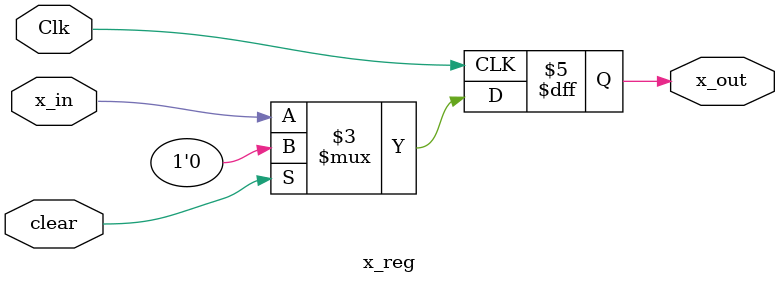
<source format=sv>
module x_reg(
   input Clk,
	input logic x_in, clear,
	output logic x_out

);


   always @ (posedge Clk)  
      if (clear)  
         x_out <= 0;  
      else   
         x_out <= x_in;  
endmodule  


</source>
